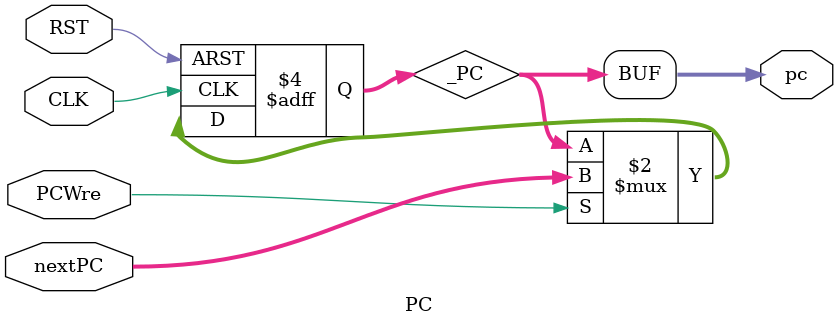
<source format=v>
`timescale 1ns / 1ps
module PC(
    input CLK,
    input RST,
    input PCWre,
    input [31:0] nextPC,
    output [31:0] pc
    );
	
    reg [31:0] _PC;

    assign pc = _PC;
	
    always@(posedge CLK or posedge RST) begin
        if(RST) _PC <= 0;
        else if(PCWre) _PC <= nextPC;
    end

endmodule


</source>
